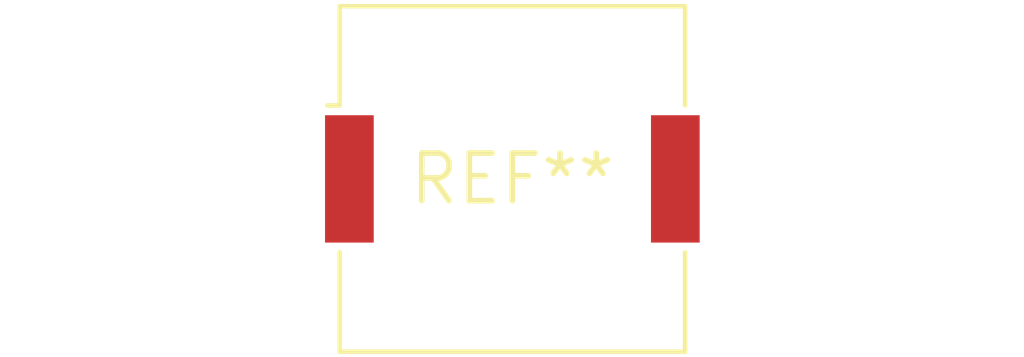
<source format=kicad_pcb>
(kicad_pcb (version 20240108) (generator pcbnew)
  (layers (0 "F.Cu" signal) (31 "B.Cu" signal) (34 "B.Paste" user) (35 "F.Paste" user) (36 "B.SilkS" user "B.Silkscreen") (37 "F.SilkS" user "F.Silkscreen") (38 "B.Mask" user) (39 "F.Mask" user) (44 "Edge.Cuts" user))
  (net 0 "")
  (footprint "Buzzer_Murata_PKMCS0909E" (layer "F.Cu") (at 0 0)
    (property "Reference" "REF**")
    (property "Value" "Buzzer_Murata_PKMCS0909E")
    (fp_line (start -4.61 -4.61) (end 4.61 -4.61) (layer "F.SilkS") (stroke (width 0.12)))
    (fp_line (start -4.61 -1.96) (end -4.94 -1.96) (layer "F.SilkS") (stroke (width 0.12)))
    (fp_line (start -4.61 -1.96) (end -4.61 -4.61) (layer "F.SilkS") (stroke (width 0.12)))
    (fp_line (start -4.61 4.61) (end -4.61 1.96) (layer "F.SilkS") (stroke (width 0.12)))
    (fp_line (start 4.61 -4.61) (end 4.61 -1.96) (layer "F.SilkS") (stroke (width 0.12)))
    (fp_line (start 4.61 1.96) (end 4.61 4.61) (layer "F.SilkS") (stroke (width 0.12)))
    (fp_line (start 4.61 4.61) (end -4.61 4.61) (layer "F.SilkS") (stroke (width 0.12)))
    (pad "1" smd rect (at -4.35 0) (size 1.3 3.4) (layers "F.Cu" "F.Paste" "F.Mask"))
    (pad "2" smd rect (at 4.35 0) (size 1.3 3.4) (layers "F.Cu" "F.Paste" "F.Mask"))
  )
)
</source>
